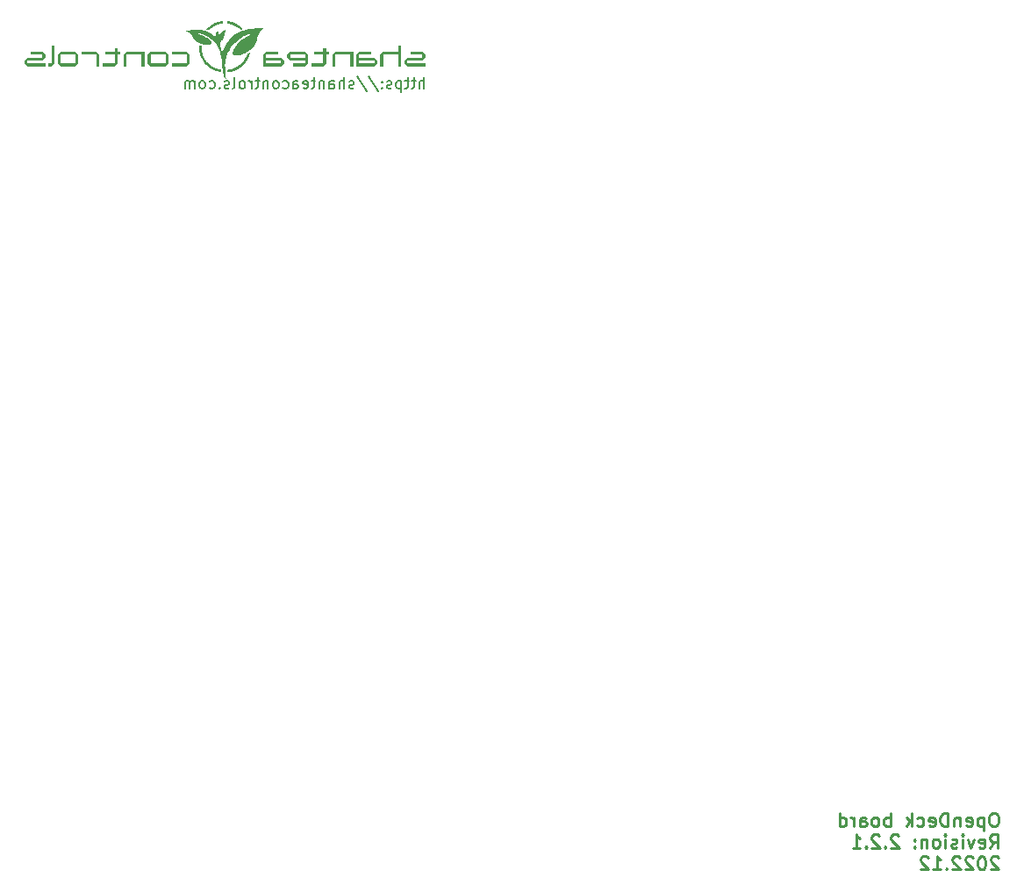
<source format=gbo>
G04 #@! TF.GenerationSoftware,KiCad,Pcbnew,6.0.9*
G04 #@! TF.CreationDate,2022-12-27T21:22:08+01:00*
G04 #@! TF.ProjectId,OpenDeck-r2.2.1,4f70656e-4465-4636-9b2d-72322e322e30,rev?*
G04 #@! TF.SameCoordinates,Original*
G04 #@! TF.FileFunction,Legend,Bot*
G04 #@! TF.FilePolarity,Positive*
%FSLAX46Y46*%
G04 Gerber Fmt 4.6, Leading zero omitted, Abs format (unit mm)*
G04 Created by KiCad (PCBNEW 6.0.9) date 2022-12-27 21:22:08*
%MOMM*%
%LPD*%
G01*
G04 APERTURE LIST*
%ADD10C,0.000000*%
%ADD11C,0.190500*%
%ADD12C,0.228600*%
%ADD13R,1.700000X1.700000*%
%ADD14O,1.700000X1.700000*%
%ADD15C,0.600000*%
%ADD16O,0.950000X2.050000*%
%ADD17O,0.950000X1.750000*%
%ADD18C,5.600000*%
%ADD19C,2.300000*%
G04 APERTURE END LIST*
D10*
G36*
X110245803Y-63188017D02*
G01*
X110535943Y-63188017D01*
X110535943Y-63477510D01*
X110245803Y-63477510D01*
X110245803Y-64346100D01*
X109955666Y-64635592D01*
X108795182Y-64635592D01*
X108795182Y-64346100D01*
X109955666Y-64346100D01*
X109955666Y-63477510D01*
X109085322Y-63477510D01*
X109085322Y-63188017D01*
X109955666Y-63188017D01*
X109955666Y-62898525D01*
X110245803Y-62898525D01*
X110245803Y-63188017D01*
G37*
G36*
X112856910Y-64635592D02*
G01*
X112566770Y-64635592D01*
X112566770Y-63477510D01*
X111116186Y-63477510D01*
X111116186Y-64635592D01*
X110826046Y-64635592D01*
X110826046Y-63477510D01*
X111116186Y-63188017D01*
X112856910Y-63188017D01*
X112856910Y-64635592D01*
G37*
G36*
X120389494Y-60486073D02*
G01*
X120290377Y-60497497D01*
X120192611Y-60513183D01*
X120096291Y-60533032D01*
X120001512Y-60556946D01*
X119908368Y-60584830D01*
X119816954Y-60616584D01*
X119727367Y-60652112D01*
X119639699Y-60691315D01*
X119554048Y-60734098D01*
X119470507Y-60780361D01*
X119389171Y-60830007D01*
X119310136Y-60882939D01*
X119233496Y-60939060D01*
X119159346Y-60998272D01*
X119087782Y-61060477D01*
X119018899Y-61125578D01*
X118989975Y-61112691D01*
X118960980Y-61100183D01*
X118931910Y-61088057D01*
X118902763Y-61076315D01*
X118873538Y-61064957D01*
X118844231Y-61053986D01*
X118814841Y-61043404D01*
X118785366Y-61033212D01*
X118863811Y-60953063D01*
X118945768Y-60876482D01*
X119031108Y-60803601D01*
X119119701Y-60734554D01*
X119211419Y-60669473D01*
X119306131Y-60608490D01*
X119403709Y-60551738D01*
X119504022Y-60499350D01*
X119606942Y-60451458D01*
X119712339Y-60408196D01*
X119820084Y-60369695D01*
X119930047Y-60336088D01*
X120042099Y-60307507D01*
X120156110Y-60284087D01*
X120271951Y-60265958D01*
X120389494Y-60253254D01*
X120389494Y-60486073D01*
G37*
G36*
X120712970Y-65849155D02*
G01*
X120495862Y-65698286D01*
X120414853Y-64969663D01*
X120623363Y-64969663D01*
X120629167Y-65083963D01*
X120636121Y-65201287D01*
X120643303Y-65201025D01*
X120638307Y-65141731D01*
X120633748Y-65083515D01*
X120629618Y-65026194D01*
X120625906Y-64969588D01*
X120623363Y-64969663D01*
X120414853Y-64969663D01*
X120413447Y-64957017D01*
X120358355Y-64531064D01*
X120290609Y-64092271D01*
X120207659Y-63658669D01*
X120159686Y-63449449D01*
X120106957Y-63248288D01*
X120049153Y-63057440D01*
X119985955Y-62879158D01*
X119917045Y-62715696D01*
X119842104Y-62569308D01*
X119817611Y-62528779D01*
X119789490Y-62486827D01*
X119722913Y-62399322D01*
X119643473Y-62308130D01*
X119552267Y-62214589D01*
X119450393Y-62120038D01*
X119338948Y-62025814D01*
X119219031Y-61933256D01*
X119091739Y-61843700D01*
X118958170Y-61758486D01*
X118819421Y-61678950D01*
X118676591Y-61606431D01*
X118603989Y-61573221D01*
X118530778Y-61542267D01*
X118457095Y-61513737D01*
X118383079Y-61487796D01*
X118308865Y-61464613D01*
X118234591Y-61444356D01*
X118160395Y-61427190D01*
X118086413Y-61413284D01*
X118012784Y-61402804D01*
X117939643Y-61395918D01*
X118714811Y-61746047D01*
X118834041Y-61812367D01*
X118947077Y-61884091D01*
X119050575Y-61961335D01*
X119097701Y-62002063D01*
X119141187Y-62044216D01*
X119180615Y-62087807D01*
X119215566Y-62132851D01*
X119245623Y-62179363D01*
X119270366Y-62227358D01*
X119289379Y-62276850D01*
X119302241Y-62327853D01*
X119308536Y-62380384D01*
X119307844Y-62434455D01*
X119280601Y-62448847D01*
X119253028Y-62462160D01*
X119225143Y-62474415D01*
X119196965Y-62485632D01*
X119168513Y-62495832D01*
X119139807Y-62505036D01*
X119110864Y-62513265D01*
X119081705Y-62520540D01*
X119052348Y-62526880D01*
X119022813Y-62532308D01*
X118993117Y-62536844D01*
X118963281Y-62540509D01*
X118933324Y-62543323D01*
X118903264Y-62545307D01*
X118873120Y-62546483D01*
X118842911Y-62546870D01*
X118812098Y-62546472D01*
X118781263Y-62545292D01*
X118750426Y-62543355D01*
X118719608Y-62540683D01*
X118688826Y-62537299D01*
X118658102Y-62533226D01*
X118596904Y-62523106D01*
X118536171Y-62510509D01*
X118476060Y-62495618D01*
X118416728Y-62478618D01*
X118358334Y-62459694D01*
X118331014Y-62450110D01*
X118303958Y-62440172D01*
X118277190Y-62429878D01*
X118250735Y-62419223D01*
X118249618Y-62418768D01*
X118248508Y-62418303D01*
X118246281Y-62417356D01*
X118219895Y-62406171D01*
X118193847Y-62394689D01*
X118168163Y-62382920D01*
X118142872Y-62370875D01*
X118094796Y-62346684D01*
X118048365Y-62321696D01*
X118003714Y-62296051D01*
X117960979Y-62269889D01*
X117920295Y-62243351D01*
X117881800Y-62216577D01*
X117845628Y-62189708D01*
X117811916Y-62162883D01*
X117770946Y-62128384D01*
X117734704Y-62096341D01*
X117702609Y-62066269D01*
X117674075Y-62037683D01*
X117648522Y-62010096D01*
X117625365Y-61983024D01*
X117604021Y-61955980D01*
X117583909Y-61928478D01*
X117564445Y-61900033D01*
X117545046Y-61870159D01*
X117504111Y-61804180D01*
X117456443Y-61726657D01*
X117428626Y-61682351D01*
X117397376Y-61633702D01*
X117380554Y-61608495D01*
X117364050Y-61585024D01*
X117347838Y-61563193D01*
X117331889Y-61542904D01*
X117316178Y-61524061D01*
X117300676Y-61506567D01*
X117285358Y-61490327D01*
X117270195Y-61475242D01*
X117255162Y-61461217D01*
X117240230Y-61448154D01*
X117210564Y-61424531D01*
X117180981Y-61403598D01*
X117151264Y-61384582D01*
X117026734Y-61312229D01*
X116993104Y-61291200D01*
X116958042Y-61267449D01*
X116921333Y-61240202D01*
X116882758Y-61208685D01*
X117015747Y-61178700D01*
X118668849Y-61178700D01*
X118689802Y-61185209D01*
X118719127Y-61194750D01*
X118748310Y-61204678D01*
X118777356Y-61214990D01*
X118806269Y-61225685D01*
X118835052Y-61236762D01*
X118863712Y-61248220D01*
X118892252Y-61260057D01*
X118863715Y-61248220D01*
X118835056Y-61236763D01*
X118806272Y-61225685D01*
X118777360Y-61214990D01*
X118748314Y-61204678D01*
X118719131Y-61194751D01*
X118689805Y-61185209D01*
X118668849Y-61178700D01*
X117015747Y-61178700D01*
X117025957Y-61176398D01*
X117027664Y-61176054D01*
X118660330Y-61176054D01*
X118660332Y-61176055D01*
X118660388Y-61175997D01*
X118660444Y-61175936D01*
X118660500Y-61175873D01*
X118660556Y-61175807D01*
X118660668Y-61175671D01*
X118660781Y-61175532D01*
X118660779Y-61175532D01*
X118660666Y-61175671D01*
X118660610Y-61175740D01*
X118660554Y-61175807D01*
X118660498Y-61175872D01*
X118660442Y-61175936D01*
X118660386Y-61175997D01*
X118660330Y-61176054D01*
X117027664Y-61176054D01*
X117164917Y-61148394D01*
X117299820Y-61124680D01*
X117430846Y-61105264D01*
X117558178Y-61090150D01*
X117681995Y-61079347D01*
X117802480Y-61072860D01*
X117919813Y-61070696D01*
X118019025Y-61072342D01*
X118116113Y-61077275D01*
X118211196Y-61085488D01*
X118304397Y-61096975D01*
X118395835Y-61111730D01*
X118485632Y-61129745D01*
X118573907Y-61151015D01*
X118660781Y-61175532D01*
X118690237Y-61184689D01*
X118719549Y-61194240D01*
X118748720Y-61204182D01*
X118777755Y-61214514D01*
X118806659Y-61225231D01*
X118835436Y-61236334D01*
X118864091Y-61247819D01*
X118892629Y-61259684D01*
X118892628Y-61259685D01*
X118892627Y-61259684D01*
X118892252Y-61260057D01*
X118892254Y-61260058D01*
X118892253Y-61260057D01*
X118892252Y-61260057D01*
X118892254Y-61260057D01*
X118892628Y-61259685D01*
X118893483Y-61260058D01*
X118943386Y-61281843D01*
X118993811Y-61305228D01*
X119043927Y-61329842D01*
X119093761Y-61355689D01*
X119143339Y-61382770D01*
X119192688Y-61411090D01*
X119241833Y-61440651D01*
X119290802Y-61471455D01*
X119339620Y-61503507D01*
X119388314Y-61536808D01*
X119436911Y-61571362D01*
X119485437Y-61607172D01*
X119582379Y-61682572D01*
X119679353Y-61763029D01*
X119692134Y-61573983D01*
X119695741Y-61533180D01*
X119700369Y-61494530D01*
X119706446Y-61457819D01*
X119714400Y-61422832D01*
X119724659Y-61389352D01*
X119737652Y-61357165D01*
X119745307Y-61341489D01*
X119753806Y-61326056D01*
X119763203Y-61310839D01*
X119773550Y-61295810D01*
X119784902Y-61280944D01*
X119797312Y-61266212D01*
X119810833Y-61251589D01*
X119825520Y-61237047D01*
X119841425Y-61222559D01*
X119858602Y-61208099D01*
X119896986Y-61179153D01*
X120026846Y-61604394D01*
X120084234Y-61532462D01*
X120146533Y-61458193D01*
X120179560Y-61420885D01*
X120213856Y-61383836D01*
X120249437Y-61347325D01*
X120286317Y-61311635D01*
X120324509Y-61277045D01*
X120364028Y-61243838D01*
X120404888Y-61212292D01*
X120447104Y-61182689D01*
X120490688Y-61155311D01*
X120535656Y-61130437D01*
X120582022Y-61108348D01*
X120605733Y-61098436D01*
X120629799Y-61089326D01*
X120626962Y-61190033D01*
X120620531Y-61283715D01*
X120610793Y-61370758D01*
X120598035Y-61451548D01*
X120582545Y-61526471D01*
X120564609Y-61595915D01*
X120544515Y-61660266D01*
X120522550Y-61719910D01*
X120499001Y-61775234D01*
X120474157Y-61826624D01*
X120421727Y-61919149D01*
X120367560Y-62000576D01*
X120313952Y-62073999D01*
X120263203Y-62142508D01*
X120217610Y-62209195D01*
X120179471Y-62277154D01*
X120163915Y-62312576D01*
X120151085Y-62349474D01*
X120141267Y-62388237D01*
X120134750Y-62429250D01*
X120131819Y-62472899D01*
X120132763Y-62519571D01*
X120137868Y-62569653D01*
X120147423Y-62623531D01*
X120161714Y-62681591D01*
X120181028Y-62744220D01*
X120204622Y-62819222D01*
X120225342Y-62894428D01*
X120243940Y-62970056D01*
X120261168Y-63046323D01*
X120294525Y-63201648D01*
X120312158Y-63281141D01*
X120331431Y-63362146D01*
X120408282Y-63150308D01*
X120489069Y-62950042D01*
X120574196Y-62761072D01*
X120664068Y-62583126D01*
X120759089Y-62415928D01*
X120859665Y-62259204D01*
X120966198Y-62112681D01*
X121079095Y-61976084D01*
X121198760Y-61849139D01*
X121325597Y-61731572D01*
X121460011Y-61623108D01*
X121602406Y-61523475D01*
X121753187Y-61432396D01*
X121912759Y-61349599D01*
X122081525Y-61274809D01*
X122259892Y-61207751D01*
X122288160Y-61198136D01*
X122316671Y-61188706D01*
X122345413Y-61179437D01*
X122374376Y-61170305D01*
X122386461Y-61166609D01*
X122415043Y-61157933D01*
X122443839Y-61149397D01*
X122472867Y-61141030D01*
X122502143Y-61132858D01*
X122692452Y-61084992D01*
X122892469Y-61043228D01*
X123102550Y-61007344D01*
X123323054Y-60977121D01*
X123554335Y-60952340D01*
X123796753Y-60932779D01*
X124050662Y-60918219D01*
X124316421Y-60908440D01*
X124315603Y-60909839D01*
X124314747Y-60911179D01*
X124313859Y-60912464D01*
X124312940Y-60913701D01*
X124311021Y-60916054D01*
X124309015Y-60918284D01*
X124300581Y-60926906D01*
X124298486Y-60929222D01*
X124296443Y-60931695D01*
X124295448Y-60933005D01*
X124294474Y-60934372D01*
X124293525Y-60935802D01*
X124292604Y-60937300D01*
X124291713Y-60938873D01*
X124290855Y-60940526D01*
X124290033Y-60942265D01*
X124289250Y-60944096D01*
X124288509Y-60946025D01*
X124287812Y-60948058D01*
X124287164Y-60950200D01*
X124286566Y-60952457D01*
X124032342Y-61244713D01*
X123997560Y-61290322D01*
X123965612Y-61334823D01*
X123909574Y-61420758D01*
X123862939Y-61503025D01*
X123824419Y-61582134D01*
X123792725Y-61658594D01*
X123766568Y-61732913D01*
X123744659Y-61805601D01*
X123725709Y-61877166D01*
X123691529Y-62018963D01*
X123673722Y-62090213D01*
X123653718Y-62162376D01*
X123630229Y-62235961D01*
X123601964Y-62311476D01*
X123567636Y-62389431D01*
X123525955Y-62470334D01*
X123506019Y-62505032D01*
X123484762Y-62539665D01*
X123462216Y-62574206D01*
X123438417Y-62608625D01*
X123413400Y-62642896D01*
X123387198Y-62676989D01*
X123359846Y-62710878D01*
X123331378Y-62744533D01*
X123301829Y-62777927D01*
X123271234Y-62811032D01*
X123239626Y-62843820D01*
X123207040Y-62876262D01*
X123173511Y-62908331D01*
X123139072Y-62939998D01*
X123103759Y-62971236D01*
X123067606Y-63002016D01*
X123036069Y-63027922D01*
X123003963Y-63053436D01*
X122971305Y-63078547D01*
X122938114Y-63103239D01*
X122904409Y-63127502D01*
X122870209Y-63151321D01*
X122835534Y-63174683D01*
X122800401Y-63197575D01*
X122720116Y-63247092D01*
X122637921Y-63293915D01*
X122554035Y-63337830D01*
X122468681Y-63378624D01*
X122425523Y-63397785D01*
X122382081Y-63416085D01*
X122338382Y-63433498D01*
X122294454Y-63449998D01*
X122250326Y-63465558D01*
X122206024Y-63480152D01*
X122161577Y-63493752D01*
X122117011Y-63506332D01*
X122050463Y-63523533D01*
X121987501Y-63538218D01*
X121928047Y-63550457D01*
X121872021Y-63560318D01*
X121819344Y-63567869D01*
X121769939Y-63573177D01*
X121723725Y-63576313D01*
X121680624Y-63577343D01*
X121622243Y-63575132D01*
X121570313Y-63568649D01*
X121524583Y-63558115D01*
X121484801Y-63543752D01*
X121450716Y-63525780D01*
X121422078Y-63504422D01*
X121398634Y-63479900D01*
X121380134Y-63452434D01*
X121366326Y-63422248D01*
X121356960Y-63389561D01*
X121351783Y-63354596D01*
X121350546Y-63317575D01*
X121352996Y-63278719D01*
X121358883Y-63238249D01*
X121367955Y-63196388D01*
X121379962Y-63153357D01*
X121394651Y-63109377D01*
X121411773Y-63064671D01*
X121431074Y-63019459D01*
X121452306Y-62973964D01*
X121499552Y-62883009D01*
X121551502Y-62793580D01*
X121606147Y-62707449D01*
X121661476Y-62626389D01*
X121715480Y-62552173D01*
X121766150Y-62486574D01*
X121855089Y-62381057D01*
X121946256Y-62284197D01*
X122039150Y-62195318D01*
X122133273Y-62113741D01*
X122228126Y-62038790D01*
X122323209Y-61969786D01*
X122418024Y-61906054D01*
X122512072Y-61846915D01*
X122695868Y-61739709D01*
X122870604Y-61642749D01*
X123032288Y-61550617D01*
X123106988Y-61504668D01*
X123176928Y-61457894D01*
X123064444Y-61474713D01*
X122951337Y-61498410D01*
X122837878Y-61528790D01*
X122724336Y-61565663D01*
X122610983Y-61608837D01*
X122498088Y-61658120D01*
X122385922Y-61713319D01*
X122274756Y-61774244D01*
X122164861Y-61840702D01*
X122056506Y-61912501D01*
X121949962Y-61989450D01*
X121845500Y-62071356D01*
X121743390Y-62158029D01*
X121643903Y-62249275D01*
X121547308Y-62344904D01*
X121453878Y-62444722D01*
X121363882Y-62548540D01*
X121277590Y-62656163D01*
X121195274Y-62767402D01*
X121117203Y-62882064D01*
X121043648Y-62999956D01*
X120974880Y-63120888D01*
X120911169Y-63244667D01*
X120852785Y-63371102D01*
X120800000Y-63500000D01*
X120753083Y-63631170D01*
X120712306Y-63764420D01*
X120677937Y-63899558D01*
X120650249Y-64036392D01*
X120629512Y-64174731D01*
X120615996Y-64314382D01*
X120609971Y-64455155D01*
X120612337Y-64557086D01*
X120620582Y-64714197D01*
X120648955Y-65124924D01*
X120655166Y-65201025D01*
X120683586Y-65549266D01*
X120712970Y-65849155D01*
G37*
G36*
X108505081Y-63477510D02*
G01*
X108505081Y-64635592D01*
X108214941Y-64635592D01*
X108214941Y-63477510D01*
X106764320Y-63477510D01*
X106764320Y-63188017D01*
X108214941Y-63188017D01*
X108505081Y-63477510D01*
G37*
G36*
X130373203Y-63188017D02*
G01*
X130663343Y-63188017D01*
X130663343Y-63477510D01*
X130373203Y-63477510D01*
X130373203Y-64346100D01*
X130083102Y-64635592D01*
X128922580Y-64635592D01*
X128922580Y-64346100D01*
X130083102Y-64346100D01*
X130083102Y-63477510D01*
X129212720Y-63477510D01*
X129212720Y-63188017D01*
X130083102Y-63188017D01*
X130083102Y-62898525D01*
X130373203Y-62898525D01*
X130373203Y-63188017D01*
G37*
G36*
X113437148Y-64635592D02*
G01*
X113147045Y-64346100D01*
X113437148Y-64346100D01*
X114887772Y-64346100D01*
X114887772Y-63477510D01*
X113437148Y-63477510D01*
X113437148Y-64346100D01*
X113147045Y-64346100D01*
X113147045Y-63477510D01*
X113437148Y-63188017D01*
X114887772Y-63188017D01*
X115177911Y-63477510D01*
X115177911Y-64346100D01*
X114887772Y-64635592D01*
X113437148Y-64635592D01*
G37*
G36*
X103282838Y-63477510D02*
G01*
X103282838Y-63767040D01*
X102992734Y-64056532D01*
X101542113Y-64056532D01*
X101542113Y-64346100D01*
X103282835Y-64346100D01*
X103282835Y-64635592D01*
X101542113Y-64635592D01*
X101251974Y-64346100D01*
X101251974Y-64056532D01*
X101542113Y-63767040D01*
X102992734Y-63767040D01*
X102992734Y-63477510D01*
X101832214Y-63477510D01*
X101832214Y-63188017D01*
X102992734Y-63188017D01*
X103282838Y-63477510D01*
G37*
G36*
X118248504Y-62418303D02*
G01*
X118249613Y-62418768D01*
X118250730Y-62419223D01*
X118249612Y-62418768D01*
X118248502Y-62418303D01*
X118246277Y-62417356D01*
X118248504Y-62418303D01*
G37*
G36*
X139947277Y-63477510D02*
G01*
X139947277Y-63767040D01*
X139657175Y-64056532D01*
X138206553Y-64056532D01*
X138206553Y-64346100D01*
X139947277Y-64346100D01*
X139947277Y-64635592D01*
X138206553Y-64635592D01*
X137916414Y-64346100D01*
X137916414Y-64056532D01*
X138206553Y-63767040D01*
X139657175Y-63767040D01*
X139657175Y-63477510D01*
X138496655Y-63477510D01*
X138496655Y-63188017D01*
X139657175Y-63188017D01*
X139947277Y-63477510D01*
G37*
G36*
X104153213Y-64346100D02*
G01*
X103863076Y-64635592D01*
X103572973Y-64635592D01*
X103572973Y-64346100D01*
X103863076Y-64346100D01*
X103863076Y-62608994D01*
X104153213Y-62608994D01*
X104153213Y-64346100D01*
G37*
G36*
X122374374Y-61170305D02*
G01*
X122377388Y-61169365D01*
X122380416Y-61168443D01*
X122386459Y-61166609D01*
X122374374Y-61170305D01*
G37*
G36*
X120923241Y-60265403D02*
G01*
X121035213Y-60282657D01*
X121145482Y-60304861D01*
X121253931Y-60331893D01*
X121360444Y-60363634D01*
X121464907Y-60399964D01*
X121567202Y-60440763D01*
X121667214Y-60485910D01*
X121764828Y-60535285D01*
X121859927Y-60588770D01*
X121952396Y-60646242D01*
X122042118Y-60707583D01*
X122128979Y-60772673D01*
X122212862Y-60841391D01*
X122293652Y-60913617D01*
X122371233Y-60989232D01*
X122307474Y-61008725D01*
X122245023Y-61029030D01*
X122183759Y-61050092D01*
X122123557Y-61071853D01*
X122056193Y-61012281D01*
X121986485Y-60955382D01*
X121914514Y-60901240D01*
X121840361Y-60849937D01*
X121764105Y-60801557D01*
X121685830Y-60756183D01*
X121605613Y-60713898D01*
X121523538Y-60674786D01*
X121439684Y-60638929D01*
X121354131Y-60606411D01*
X121266962Y-60577314D01*
X121178256Y-60551723D01*
X121088094Y-60529720D01*
X120996557Y-60511389D01*
X120903725Y-60496812D01*
X120809680Y-60486073D01*
X120809680Y-60253217D01*
X120923241Y-60265403D01*
G37*
G36*
X118149077Y-62564523D02*
G01*
X118176980Y-62576367D01*
X118205199Y-62587872D01*
X118233717Y-62599021D01*
X118262520Y-62609798D01*
X118291591Y-62620185D01*
X118320914Y-62630165D01*
X118350474Y-62639721D01*
X118348743Y-62681382D01*
X118348105Y-62702266D01*
X118347920Y-62712739D01*
X118347854Y-62723238D01*
X118350235Y-62827237D01*
X118357310Y-62930031D01*
X118368974Y-63031518D01*
X118385123Y-63131593D01*
X118405653Y-63230154D01*
X118430460Y-63327096D01*
X118459440Y-63422316D01*
X118492490Y-63515711D01*
X118529504Y-63607177D01*
X118570379Y-63696610D01*
X118615010Y-63783906D01*
X118663295Y-63868963D01*
X118715128Y-63951676D01*
X118770405Y-64031943D01*
X118829023Y-64109659D01*
X118890878Y-64184721D01*
X118955865Y-64257025D01*
X119023880Y-64326468D01*
X119094820Y-64392946D01*
X119168580Y-64456356D01*
X119245056Y-64516594D01*
X119324144Y-64573556D01*
X119405740Y-64627140D01*
X119489741Y-64677240D01*
X119576041Y-64723755D01*
X119664537Y-64766580D01*
X119755125Y-64805611D01*
X119847700Y-64840745D01*
X119942160Y-64871879D01*
X120038399Y-64898909D01*
X120136313Y-64921732D01*
X120235799Y-64940243D01*
X120250193Y-65061170D01*
X120263746Y-65178961D01*
X120150998Y-65161030D01*
X120039980Y-65138097D01*
X119930813Y-65110284D01*
X119823619Y-65077711D01*
X119718518Y-65040498D01*
X119615633Y-64998767D01*
X119515083Y-64952638D01*
X119416992Y-64902232D01*
X119321479Y-64847669D01*
X119228666Y-64789071D01*
X119138675Y-64726558D01*
X119051627Y-64660250D01*
X118967642Y-64590270D01*
X118886843Y-64516736D01*
X118809351Y-64439770D01*
X118735286Y-64359493D01*
X118664771Y-64276026D01*
X118597925Y-64189489D01*
X118534872Y-64100002D01*
X118475732Y-64007687D01*
X118420625Y-63912665D01*
X118369675Y-63815055D01*
X118323001Y-63714980D01*
X118280725Y-63612558D01*
X118242969Y-63507912D01*
X118209854Y-63401162D01*
X118181500Y-63292429D01*
X118158030Y-63181833D01*
X118139564Y-63069495D01*
X118126224Y-62955537D01*
X118118131Y-62840077D01*
X118115406Y-62723238D01*
X118115801Y-62680252D01*
X118116968Y-62637434D01*
X118118879Y-62594798D01*
X118121506Y-62552358D01*
X118149077Y-62564523D01*
G37*
G36*
X123002122Y-63350773D02*
G01*
X122974946Y-63446376D01*
X122944067Y-63540377D01*
X122909571Y-63632691D01*
X122871542Y-63723234D01*
X122830065Y-63811923D01*
X122785222Y-63898673D01*
X122737100Y-63983400D01*
X122685783Y-64066020D01*
X122631354Y-64146450D01*
X122573898Y-64224604D01*
X122513499Y-64300399D01*
X122450242Y-64373751D01*
X122384212Y-64444576D01*
X122315492Y-64512789D01*
X122244166Y-64578307D01*
X122170320Y-64641046D01*
X122094038Y-64700921D01*
X122015403Y-64757848D01*
X121934501Y-64811744D01*
X121851416Y-64862525D01*
X121766231Y-64910105D01*
X121679032Y-64954402D01*
X121589902Y-64995331D01*
X121498927Y-65032808D01*
X121406190Y-65066748D01*
X121311776Y-65097069D01*
X121215769Y-65123686D01*
X121118253Y-65146514D01*
X121019313Y-65165471D01*
X120919034Y-65180471D01*
X120817499Y-65191430D01*
X120812545Y-65132586D01*
X120808005Y-65074606D01*
X120803872Y-65017318D01*
X120800140Y-64960553D01*
X120967483Y-64939403D01*
X121130799Y-64906223D01*
X121289622Y-64861480D01*
X121443484Y-64805641D01*
X121591919Y-64739172D01*
X121734461Y-64662538D01*
X121870641Y-64576207D01*
X121999994Y-64480644D01*
X122122053Y-64376317D01*
X122236351Y-64263690D01*
X122342421Y-64143230D01*
X122439796Y-64015405D01*
X122528010Y-63880679D01*
X122606596Y-63739520D01*
X122675088Y-63592393D01*
X122733017Y-63439764D01*
X122770873Y-63418428D01*
X122808388Y-63396493D01*
X122845547Y-63373983D01*
X122882338Y-63350922D01*
X122918744Y-63327334D01*
X122954751Y-63303244D01*
X122990346Y-63278675D01*
X123025513Y-63253651D01*
X123002122Y-63350773D01*
G37*
G36*
X104733493Y-64635592D02*
G01*
X104443353Y-64346100D01*
X104733493Y-64346100D01*
X106184077Y-64346100D01*
X106184077Y-63477510D01*
X104733493Y-63477510D01*
X104733493Y-64346100D01*
X104443353Y-64346100D01*
X104443353Y-63477510D01*
X104733493Y-63188017D01*
X106184077Y-63188017D01*
X106474181Y-63477510D01*
X106474181Y-64346100D01*
X106184077Y-64635592D01*
X104733493Y-64635592D01*
G37*
G36*
X132984344Y-64635592D02*
G01*
X132694205Y-64635592D01*
X132694205Y-63477510D01*
X131243621Y-63477510D01*
X131243621Y-64635592D01*
X130953444Y-64635592D01*
X130953444Y-63477510D01*
X131243621Y-63188017D01*
X132984344Y-63188017D01*
X132984344Y-64635592D01*
G37*
G36*
X122345411Y-61179437D02*
G01*
X122316669Y-61188706D01*
X122288158Y-61198136D01*
X122259890Y-61207751D01*
X122288153Y-61198125D01*
X122316655Y-61188678D01*
X122345395Y-61179406D01*
X122374374Y-61170305D01*
X122345411Y-61179437D01*
G37*
G36*
X117208773Y-63477510D02*
G01*
X117208773Y-64346100D01*
X116918633Y-64635592D01*
X115468012Y-64635592D01*
X115468012Y-64346100D01*
X116918633Y-64346100D01*
X116918633Y-63477510D01*
X115468012Y-63477510D01*
X115468012Y-63188017D01*
X116918633Y-63188017D01*
X117208773Y-63477510D01*
G37*
G36*
X137626312Y-64635592D02*
G01*
X137336173Y-64635592D01*
X137336173Y-63477509D01*
X135885588Y-63477509D01*
X135885588Y-64635592D01*
X135595449Y-64635592D01*
X135595449Y-63477509D01*
X135885588Y-63188017D01*
X137336173Y-63188017D01*
X137336173Y-62608994D01*
X137626312Y-62608994D01*
X137626312Y-64635592D01*
G37*
G36*
X128342340Y-64635592D02*
G01*
X127181895Y-64635592D01*
X127181895Y-64346099D01*
X128342340Y-64346099D01*
X128342340Y-64056532D01*
X126891755Y-64056532D01*
X126601615Y-63767040D01*
X126891755Y-63767040D01*
X128342340Y-63767040D01*
X128342340Y-63477510D01*
X126891755Y-63477510D01*
X126891755Y-63767040D01*
X126601615Y-63767040D01*
X126601615Y-63477510D01*
X126891755Y-63188017D01*
X128342340Y-63188017D01*
X128632479Y-63477510D01*
X128632479Y-64346100D01*
X128342340Y-64635592D01*
G37*
G36*
X126021375Y-64635593D02*
G01*
X124280614Y-64635593D01*
X124280614Y-64346100D01*
X124570753Y-64346100D01*
X126021375Y-64346100D01*
X126021375Y-64056532D01*
X124570753Y-64056532D01*
X124570753Y-64346100D01*
X124280614Y-64346100D01*
X124280614Y-63477510D01*
X124570753Y-63188017D01*
X125731236Y-63188017D01*
X125731236Y-63477510D01*
X124570753Y-63477510D01*
X124570753Y-63767040D01*
X126021375Y-63767040D01*
X126311477Y-64056532D01*
X126311477Y-64346100D01*
X126021375Y-64635592D01*
X126021375Y-64635593D01*
G37*
G36*
X135015170Y-64635593D02*
G01*
X133274446Y-64635593D01*
X133274446Y-64346100D01*
X133564586Y-64346100D01*
X135015170Y-64346100D01*
X135015170Y-64056532D01*
X133564586Y-64056532D01*
X133564586Y-64346100D01*
X133274446Y-64346100D01*
X133274446Y-63477510D01*
X133564586Y-63188017D01*
X134725068Y-63188017D01*
X134725068Y-63477510D01*
X133564586Y-63477510D01*
X133564586Y-63767040D01*
X135015170Y-63767040D01*
X135305347Y-64056532D01*
X135305347Y-64346100D01*
X135015170Y-64635592D01*
X135015170Y-64635593D01*
G37*
G36*
X118277186Y-62429877D02*
G01*
X118303955Y-62440172D01*
X118331011Y-62450109D01*
X118358330Y-62459693D01*
X118331010Y-62450115D01*
X118303953Y-62440186D01*
X118277185Y-62429893D01*
X118250731Y-62419223D01*
X118277186Y-62429877D01*
G37*
D11*
X139819151Y-66748595D02*
X139819151Y-65669095D01*
X139356508Y-66748595D02*
X139356508Y-66183142D01*
X139407913Y-66080333D01*
X139510722Y-66028928D01*
X139664936Y-66028928D01*
X139767746Y-66080333D01*
X139819151Y-66131738D01*
X138996675Y-66028928D02*
X138585436Y-66028928D01*
X138842460Y-65669095D02*
X138842460Y-66594380D01*
X138791055Y-66697190D01*
X138688246Y-66748595D01*
X138585436Y-66748595D01*
X138379817Y-66028928D02*
X137968579Y-66028928D01*
X138225603Y-65669095D02*
X138225603Y-66594380D01*
X138174198Y-66697190D01*
X138071389Y-66748595D01*
X137968579Y-66748595D01*
X137608746Y-66028928D02*
X137608746Y-67108428D01*
X137608746Y-66080333D02*
X137505936Y-66028928D01*
X137300317Y-66028928D01*
X137197508Y-66080333D01*
X137146103Y-66131738D01*
X137094698Y-66234547D01*
X137094698Y-66542976D01*
X137146103Y-66645785D01*
X137197508Y-66697190D01*
X137300317Y-66748595D01*
X137505936Y-66748595D01*
X137608746Y-66697190D01*
X136683460Y-66697190D02*
X136580651Y-66748595D01*
X136375032Y-66748595D01*
X136272222Y-66697190D01*
X136220817Y-66594380D01*
X136220817Y-66542976D01*
X136272222Y-66440166D01*
X136375032Y-66388761D01*
X136529246Y-66388761D01*
X136632055Y-66337357D01*
X136683460Y-66234547D01*
X136683460Y-66183142D01*
X136632055Y-66080333D01*
X136529246Y-66028928D01*
X136375032Y-66028928D01*
X136272222Y-66080333D01*
X135758175Y-66645785D02*
X135706770Y-66697190D01*
X135758175Y-66748595D01*
X135809579Y-66697190D01*
X135758175Y-66645785D01*
X135758175Y-66748595D01*
X135758175Y-66080333D02*
X135706770Y-66131738D01*
X135758175Y-66183142D01*
X135809579Y-66131738D01*
X135758175Y-66080333D01*
X135758175Y-66183142D01*
X134473055Y-65617690D02*
X135398341Y-67005619D01*
X133342151Y-65617690D02*
X134267436Y-67005619D01*
X133033722Y-66697190D02*
X132930913Y-66748595D01*
X132725294Y-66748595D01*
X132622484Y-66697190D01*
X132571079Y-66594380D01*
X132571079Y-66542976D01*
X132622484Y-66440166D01*
X132725294Y-66388761D01*
X132879508Y-66388761D01*
X132982317Y-66337357D01*
X133033722Y-66234547D01*
X133033722Y-66183142D01*
X132982317Y-66080333D01*
X132879508Y-66028928D01*
X132725294Y-66028928D01*
X132622484Y-66080333D01*
X132108436Y-66748595D02*
X132108436Y-65669095D01*
X131645794Y-66748595D02*
X131645794Y-66183142D01*
X131697198Y-66080333D01*
X131800008Y-66028928D01*
X131954222Y-66028928D01*
X132057032Y-66080333D01*
X132108436Y-66131738D01*
X130669103Y-66748595D02*
X130669103Y-66183142D01*
X130720508Y-66080333D01*
X130823317Y-66028928D01*
X131028936Y-66028928D01*
X131131746Y-66080333D01*
X130669103Y-66697190D02*
X130771913Y-66748595D01*
X131028936Y-66748595D01*
X131131746Y-66697190D01*
X131183151Y-66594380D01*
X131183151Y-66491571D01*
X131131746Y-66388761D01*
X131028936Y-66337357D01*
X130771913Y-66337357D01*
X130669103Y-66285952D01*
X130155055Y-66028928D02*
X130155055Y-66748595D01*
X130155055Y-66131738D02*
X130103651Y-66080333D01*
X130000841Y-66028928D01*
X129846627Y-66028928D01*
X129743817Y-66080333D01*
X129692413Y-66183142D01*
X129692413Y-66748595D01*
X129332579Y-66028928D02*
X128921341Y-66028928D01*
X129178365Y-65669095D02*
X129178365Y-66594380D01*
X129126960Y-66697190D01*
X129024151Y-66748595D01*
X128921341Y-66748595D01*
X128150270Y-66697190D02*
X128253079Y-66748595D01*
X128458698Y-66748595D01*
X128561508Y-66697190D01*
X128612913Y-66594380D01*
X128612913Y-66183142D01*
X128561508Y-66080333D01*
X128458698Y-66028928D01*
X128253079Y-66028928D01*
X128150270Y-66080333D01*
X128098865Y-66183142D01*
X128098865Y-66285952D01*
X128612913Y-66388761D01*
X127173579Y-66748595D02*
X127173579Y-66183142D01*
X127224984Y-66080333D01*
X127327794Y-66028928D01*
X127533413Y-66028928D01*
X127636222Y-66080333D01*
X127173579Y-66697190D02*
X127276389Y-66748595D01*
X127533413Y-66748595D01*
X127636222Y-66697190D01*
X127687627Y-66594380D01*
X127687627Y-66491571D01*
X127636222Y-66388761D01*
X127533413Y-66337357D01*
X127276389Y-66337357D01*
X127173579Y-66285952D01*
X126196889Y-66697190D02*
X126299698Y-66748595D01*
X126505317Y-66748595D01*
X126608127Y-66697190D01*
X126659532Y-66645785D01*
X126710936Y-66542976D01*
X126710936Y-66234547D01*
X126659532Y-66131738D01*
X126608127Y-66080333D01*
X126505317Y-66028928D01*
X126299698Y-66028928D01*
X126196889Y-66080333D01*
X125580032Y-66748595D02*
X125682841Y-66697190D01*
X125734246Y-66645785D01*
X125785651Y-66542976D01*
X125785651Y-66234547D01*
X125734246Y-66131738D01*
X125682841Y-66080333D01*
X125580032Y-66028928D01*
X125425817Y-66028928D01*
X125323008Y-66080333D01*
X125271603Y-66131738D01*
X125220198Y-66234547D01*
X125220198Y-66542976D01*
X125271603Y-66645785D01*
X125323008Y-66697190D01*
X125425817Y-66748595D01*
X125580032Y-66748595D01*
X124757555Y-66028928D02*
X124757555Y-66748595D01*
X124757555Y-66131738D02*
X124706151Y-66080333D01*
X124603341Y-66028928D01*
X124449127Y-66028928D01*
X124346317Y-66080333D01*
X124294913Y-66183142D01*
X124294913Y-66748595D01*
X123935079Y-66028928D02*
X123523841Y-66028928D01*
X123780865Y-65669095D02*
X123780865Y-66594380D01*
X123729460Y-66697190D01*
X123626651Y-66748595D01*
X123523841Y-66748595D01*
X123164008Y-66748595D02*
X123164008Y-66028928D01*
X123164008Y-66234547D02*
X123112603Y-66131738D01*
X123061198Y-66080333D01*
X122958389Y-66028928D01*
X122855579Y-66028928D01*
X122341532Y-66748595D02*
X122444341Y-66697190D01*
X122495746Y-66645785D01*
X122547151Y-66542976D01*
X122547151Y-66234547D01*
X122495746Y-66131738D01*
X122444341Y-66080333D01*
X122341532Y-66028928D01*
X122187317Y-66028928D01*
X122084508Y-66080333D01*
X122033103Y-66131738D01*
X121981698Y-66234547D01*
X121981698Y-66542976D01*
X122033103Y-66645785D01*
X122084508Y-66697190D01*
X122187317Y-66748595D01*
X122341532Y-66748595D01*
X121364841Y-66748595D02*
X121467651Y-66697190D01*
X121519055Y-66594380D01*
X121519055Y-65669095D01*
X121005008Y-66697190D02*
X120902198Y-66748595D01*
X120696579Y-66748595D01*
X120593770Y-66697190D01*
X120542365Y-66594380D01*
X120542365Y-66542976D01*
X120593770Y-66440166D01*
X120696579Y-66388761D01*
X120850794Y-66388761D01*
X120953603Y-66337357D01*
X121005008Y-66234547D01*
X121005008Y-66183142D01*
X120953603Y-66080333D01*
X120850794Y-66028928D01*
X120696579Y-66028928D01*
X120593770Y-66080333D01*
X120079722Y-66645785D02*
X120028317Y-66697190D01*
X120079722Y-66748595D01*
X120131127Y-66697190D01*
X120079722Y-66645785D01*
X120079722Y-66748595D01*
X119103032Y-66697190D02*
X119205841Y-66748595D01*
X119411460Y-66748595D01*
X119514270Y-66697190D01*
X119565675Y-66645785D01*
X119617079Y-66542976D01*
X119617079Y-66234547D01*
X119565675Y-66131738D01*
X119514270Y-66080333D01*
X119411460Y-66028928D01*
X119205841Y-66028928D01*
X119103032Y-66080333D01*
X118486175Y-66748595D02*
X118588984Y-66697190D01*
X118640389Y-66645785D01*
X118691794Y-66542976D01*
X118691794Y-66234547D01*
X118640389Y-66131738D01*
X118588984Y-66080333D01*
X118486175Y-66028928D01*
X118331960Y-66028928D01*
X118229151Y-66080333D01*
X118177746Y-66131738D01*
X118126341Y-66234547D01*
X118126341Y-66542976D01*
X118177746Y-66645785D01*
X118229151Y-66697190D01*
X118331960Y-66748595D01*
X118486175Y-66748595D01*
X117663698Y-66748595D02*
X117663698Y-66028928D01*
X117663698Y-66131738D02*
X117612294Y-66080333D01*
X117509484Y-66028928D01*
X117355270Y-66028928D01*
X117252460Y-66080333D01*
X117201055Y-66183142D01*
X117201055Y-66748595D01*
X117201055Y-66183142D02*
X117149651Y-66080333D01*
X117046841Y-66028928D01*
X116892627Y-66028928D01*
X116789817Y-66080333D01*
X116738413Y-66183142D01*
X116738413Y-66748595D01*
D12*
X194914338Y-136686326D02*
X194667595Y-136686326D01*
X194544224Y-136748012D01*
X194420852Y-136871383D01*
X194359167Y-137118126D01*
X194359167Y-137549926D01*
X194420852Y-137796669D01*
X194544224Y-137920040D01*
X194667595Y-137981726D01*
X194914338Y-137981726D01*
X195037710Y-137920040D01*
X195161081Y-137796669D01*
X195222767Y-137549926D01*
X195222767Y-137118126D01*
X195161081Y-136871383D01*
X195037710Y-136748012D01*
X194914338Y-136686326D01*
X193803995Y-137118126D02*
X193803995Y-138413526D01*
X193803995Y-137179812D02*
X193680624Y-137118126D01*
X193433881Y-137118126D01*
X193310510Y-137179812D01*
X193248824Y-137241497D01*
X193187138Y-137364869D01*
X193187138Y-137734983D01*
X193248824Y-137858354D01*
X193310510Y-137920040D01*
X193433881Y-137981726D01*
X193680624Y-137981726D01*
X193803995Y-137920040D01*
X192138481Y-137920040D02*
X192261852Y-137981726D01*
X192508595Y-137981726D01*
X192631967Y-137920040D01*
X192693652Y-137796669D01*
X192693652Y-137303183D01*
X192631967Y-137179812D01*
X192508595Y-137118126D01*
X192261852Y-137118126D01*
X192138481Y-137179812D01*
X192076795Y-137303183D01*
X192076795Y-137426554D01*
X192693652Y-137549926D01*
X191521624Y-137118126D02*
X191521624Y-137981726D01*
X191521624Y-137241497D02*
X191459938Y-137179812D01*
X191336567Y-137118126D01*
X191151510Y-137118126D01*
X191028138Y-137179812D01*
X190966452Y-137303183D01*
X190966452Y-137981726D01*
X190349595Y-137981726D02*
X190349595Y-136686326D01*
X190041167Y-136686326D01*
X189856110Y-136748012D01*
X189732738Y-136871383D01*
X189671052Y-136994754D01*
X189609367Y-137241497D01*
X189609367Y-137426554D01*
X189671052Y-137673297D01*
X189732738Y-137796669D01*
X189856110Y-137920040D01*
X190041167Y-137981726D01*
X190349595Y-137981726D01*
X188560710Y-137920040D02*
X188684081Y-137981726D01*
X188930824Y-137981726D01*
X189054195Y-137920040D01*
X189115881Y-137796669D01*
X189115881Y-137303183D01*
X189054195Y-137179812D01*
X188930824Y-137118126D01*
X188684081Y-137118126D01*
X188560710Y-137179812D01*
X188499024Y-137303183D01*
X188499024Y-137426554D01*
X189115881Y-137549926D01*
X187388681Y-137920040D02*
X187512052Y-137981726D01*
X187758795Y-137981726D01*
X187882167Y-137920040D01*
X187943852Y-137858354D01*
X188005538Y-137734983D01*
X188005538Y-137364869D01*
X187943852Y-137241497D01*
X187882167Y-137179812D01*
X187758795Y-137118126D01*
X187512052Y-137118126D01*
X187388681Y-137179812D01*
X186833510Y-137981726D02*
X186833510Y-136686326D01*
X186710138Y-137488240D02*
X186340024Y-137981726D01*
X186340024Y-137118126D02*
X186833510Y-137611612D01*
X184797881Y-137981726D02*
X184797881Y-136686326D01*
X184797881Y-137179812D02*
X184674510Y-137118126D01*
X184427767Y-137118126D01*
X184304395Y-137179812D01*
X184242710Y-137241497D01*
X184181024Y-137364869D01*
X184181024Y-137734983D01*
X184242710Y-137858354D01*
X184304395Y-137920040D01*
X184427767Y-137981726D01*
X184674510Y-137981726D01*
X184797881Y-137920040D01*
X183440795Y-137981726D02*
X183564167Y-137920040D01*
X183625852Y-137858354D01*
X183687538Y-137734983D01*
X183687538Y-137364869D01*
X183625852Y-137241497D01*
X183564167Y-137179812D01*
X183440795Y-137118126D01*
X183255738Y-137118126D01*
X183132367Y-137179812D01*
X183070681Y-137241497D01*
X183008995Y-137364869D01*
X183008995Y-137734983D01*
X183070681Y-137858354D01*
X183132367Y-137920040D01*
X183255738Y-137981726D01*
X183440795Y-137981726D01*
X181898652Y-137981726D02*
X181898652Y-137303183D01*
X181960338Y-137179812D01*
X182083710Y-137118126D01*
X182330452Y-137118126D01*
X182453824Y-137179812D01*
X181898652Y-137920040D02*
X182022024Y-137981726D01*
X182330452Y-137981726D01*
X182453824Y-137920040D01*
X182515510Y-137796669D01*
X182515510Y-137673297D01*
X182453824Y-137549926D01*
X182330452Y-137488240D01*
X182022024Y-137488240D01*
X181898652Y-137426554D01*
X181281795Y-137981726D02*
X181281795Y-137118126D01*
X181281795Y-137364869D02*
X181220110Y-137241497D01*
X181158424Y-137179812D01*
X181035052Y-137118126D01*
X180911681Y-137118126D01*
X179924710Y-137981726D02*
X179924710Y-136686326D01*
X179924710Y-137920040D02*
X180048081Y-137981726D01*
X180294824Y-137981726D01*
X180418195Y-137920040D01*
X180479881Y-137858354D01*
X180541567Y-137734983D01*
X180541567Y-137364869D01*
X180479881Y-137241497D01*
X180418195Y-137179812D01*
X180294824Y-137118126D01*
X180048081Y-137118126D01*
X179924710Y-137179812D01*
X194420852Y-140067320D02*
X194852652Y-139450463D01*
X195161081Y-140067320D02*
X195161081Y-138771920D01*
X194667595Y-138771920D01*
X194544224Y-138833606D01*
X194482538Y-138895291D01*
X194420852Y-139018663D01*
X194420852Y-139203720D01*
X194482538Y-139327091D01*
X194544224Y-139388777D01*
X194667595Y-139450463D01*
X195161081Y-139450463D01*
X193372195Y-140005634D02*
X193495567Y-140067320D01*
X193742310Y-140067320D01*
X193865681Y-140005634D01*
X193927367Y-139882263D01*
X193927367Y-139388777D01*
X193865681Y-139265406D01*
X193742310Y-139203720D01*
X193495567Y-139203720D01*
X193372195Y-139265406D01*
X193310510Y-139388777D01*
X193310510Y-139512148D01*
X193927367Y-139635520D01*
X192878710Y-139203720D02*
X192570281Y-140067320D01*
X192261852Y-139203720D01*
X191768367Y-140067320D02*
X191768367Y-139203720D01*
X191768367Y-138771920D02*
X191830052Y-138833606D01*
X191768367Y-138895291D01*
X191706681Y-138833606D01*
X191768367Y-138771920D01*
X191768367Y-138895291D01*
X191213195Y-140005634D02*
X191089824Y-140067320D01*
X190843081Y-140067320D01*
X190719710Y-140005634D01*
X190658024Y-139882263D01*
X190658024Y-139820577D01*
X190719710Y-139697206D01*
X190843081Y-139635520D01*
X191028138Y-139635520D01*
X191151510Y-139573834D01*
X191213195Y-139450463D01*
X191213195Y-139388777D01*
X191151510Y-139265406D01*
X191028138Y-139203720D01*
X190843081Y-139203720D01*
X190719710Y-139265406D01*
X190102852Y-140067320D02*
X190102852Y-139203720D01*
X190102852Y-138771920D02*
X190164538Y-138833606D01*
X190102852Y-138895291D01*
X190041167Y-138833606D01*
X190102852Y-138771920D01*
X190102852Y-138895291D01*
X189300938Y-140067320D02*
X189424310Y-140005634D01*
X189485995Y-139943948D01*
X189547681Y-139820577D01*
X189547681Y-139450463D01*
X189485995Y-139327091D01*
X189424310Y-139265406D01*
X189300938Y-139203720D01*
X189115881Y-139203720D01*
X188992510Y-139265406D01*
X188930824Y-139327091D01*
X188869138Y-139450463D01*
X188869138Y-139820577D01*
X188930824Y-139943948D01*
X188992510Y-140005634D01*
X189115881Y-140067320D01*
X189300938Y-140067320D01*
X188313967Y-139203720D02*
X188313967Y-140067320D01*
X188313967Y-139327091D02*
X188252281Y-139265406D01*
X188128910Y-139203720D01*
X187943852Y-139203720D01*
X187820481Y-139265406D01*
X187758795Y-139388777D01*
X187758795Y-140067320D01*
X187141938Y-139943948D02*
X187080252Y-140005634D01*
X187141938Y-140067320D01*
X187203624Y-140005634D01*
X187141938Y-139943948D01*
X187141938Y-140067320D01*
X187141938Y-139265406D02*
X187080252Y-139327091D01*
X187141938Y-139388777D01*
X187203624Y-139327091D01*
X187141938Y-139265406D01*
X187141938Y-139388777D01*
X185599795Y-138895291D02*
X185538110Y-138833606D01*
X185414738Y-138771920D01*
X185106310Y-138771920D01*
X184982938Y-138833606D01*
X184921252Y-138895291D01*
X184859567Y-139018663D01*
X184859567Y-139142034D01*
X184921252Y-139327091D01*
X185661481Y-140067320D01*
X184859567Y-140067320D01*
X184304395Y-139943948D02*
X184242710Y-140005634D01*
X184304395Y-140067320D01*
X184366081Y-140005634D01*
X184304395Y-139943948D01*
X184304395Y-140067320D01*
X183749224Y-138895291D02*
X183687538Y-138833606D01*
X183564167Y-138771920D01*
X183255738Y-138771920D01*
X183132367Y-138833606D01*
X183070681Y-138895291D01*
X183008995Y-139018663D01*
X183008995Y-139142034D01*
X183070681Y-139327091D01*
X183810910Y-140067320D01*
X183008995Y-140067320D01*
X182453824Y-139943948D02*
X182392138Y-140005634D01*
X182453824Y-140067320D01*
X182515510Y-140005634D01*
X182453824Y-139943948D01*
X182453824Y-140067320D01*
X181158424Y-140067320D02*
X181898652Y-140067320D01*
X181528538Y-140067320D02*
X181528538Y-138771920D01*
X181651910Y-138956977D01*
X181775281Y-139080348D01*
X181898652Y-139142034D01*
X195222767Y-140980885D02*
X195161081Y-140919200D01*
X195037710Y-140857514D01*
X194729281Y-140857514D01*
X194605910Y-140919200D01*
X194544224Y-140980885D01*
X194482538Y-141104257D01*
X194482538Y-141227628D01*
X194544224Y-141412685D01*
X195284452Y-142152914D01*
X194482538Y-142152914D01*
X193680624Y-140857514D02*
X193557252Y-140857514D01*
X193433881Y-140919200D01*
X193372195Y-140980885D01*
X193310510Y-141104257D01*
X193248824Y-141351000D01*
X193248824Y-141659428D01*
X193310510Y-141906171D01*
X193372195Y-142029542D01*
X193433881Y-142091228D01*
X193557252Y-142152914D01*
X193680624Y-142152914D01*
X193803995Y-142091228D01*
X193865681Y-142029542D01*
X193927367Y-141906171D01*
X193989052Y-141659428D01*
X193989052Y-141351000D01*
X193927367Y-141104257D01*
X193865681Y-140980885D01*
X193803995Y-140919200D01*
X193680624Y-140857514D01*
X192755338Y-140980885D02*
X192693652Y-140919200D01*
X192570281Y-140857514D01*
X192261852Y-140857514D01*
X192138481Y-140919200D01*
X192076795Y-140980885D01*
X192015110Y-141104257D01*
X192015110Y-141227628D01*
X192076795Y-141412685D01*
X192817024Y-142152914D01*
X192015110Y-142152914D01*
X191521624Y-140980885D02*
X191459938Y-140919200D01*
X191336567Y-140857514D01*
X191028138Y-140857514D01*
X190904767Y-140919200D01*
X190843081Y-140980885D01*
X190781395Y-141104257D01*
X190781395Y-141227628D01*
X190843081Y-141412685D01*
X191583310Y-142152914D01*
X190781395Y-142152914D01*
X190226224Y-142029542D02*
X190164538Y-142091228D01*
X190226224Y-142152914D01*
X190287910Y-142091228D01*
X190226224Y-142029542D01*
X190226224Y-142152914D01*
X188930824Y-142152914D02*
X189671052Y-142152914D01*
X189300938Y-142152914D02*
X189300938Y-140857514D01*
X189424310Y-141042571D01*
X189547681Y-141165942D01*
X189671052Y-141227628D01*
X188437338Y-140980885D02*
X188375652Y-140919200D01*
X188252281Y-140857514D01*
X187943852Y-140857514D01*
X187820481Y-140919200D01*
X187758795Y-140980885D01*
X187697110Y-141104257D01*
X187697110Y-141227628D01*
X187758795Y-141412685D01*
X188499024Y-142152914D01*
X187697110Y-142152914D01*
%LPC*%
D13*
X127000000Y-133400000D03*
D14*
X129540000Y-133400000D03*
X127000000Y-135940000D03*
X129540000Y-135940000D03*
X127000000Y-138480000D03*
X129540000Y-138480000D03*
X127000000Y-141020000D03*
X129540000Y-141020000D03*
X127000000Y-143560000D03*
X129540000Y-143560000D03*
X127000000Y-146100000D03*
X129540000Y-146100000D03*
D15*
X167790000Y-61680000D03*
X162010000Y-61680000D03*
D16*
X169225000Y-62170000D03*
X160575000Y-62170000D03*
D17*
X169225000Y-58000000D03*
X160575000Y-58000000D03*
D13*
X146050000Y-133400000D03*
D14*
X148590000Y-133400000D03*
X146050000Y-135940000D03*
X148590000Y-135940000D03*
X146050000Y-138480000D03*
X148590000Y-138480000D03*
X146050000Y-141020000D03*
X148590000Y-141020000D03*
X146050000Y-143560000D03*
X148590000Y-143560000D03*
X146050000Y-146100000D03*
X148590000Y-146100000D03*
D18*
X102146100Y-58648600D03*
D13*
X113025000Y-111506000D03*
D14*
X115565000Y-111506000D03*
X113025000Y-114046000D03*
X115565000Y-114046000D03*
X113025000Y-116586000D03*
X115565000Y-116586000D03*
X113025000Y-119126000D03*
X115565000Y-119126000D03*
X113025000Y-121666000D03*
X115565000Y-121666000D03*
X113025000Y-124206000D03*
X115565000Y-124206000D03*
X113025000Y-126746000D03*
X115565000Y-126746000D03*
X113025000Y-129286000D03*
X115565000Y-129286000D03*
D13*
X187600000Y-79600000D03*
D14*
X187600000Y-82140000D03*
X187600000Y-84680000D03*
X187600000Y-87220000D03*
D13*
X157800000Y-68900000D03*
D14*
X157800000Y-71440000D03*
D13*
X120650000Y-133400000D03*
D14*
X123190000Y-133400000D03*
X120650000Y-135940000D03*
X123190000Y-135940000D03*
X120650000Y-138480000D03*
X123190000Y-138480000D03*
X120650000Y-141020000D03*
X123190000Y-141020000D03*
X120650000Y-143560000D03*
X123190000Y-143560000D03*
X120650000Y-146100000D03*
X123190000Y-146100000D03*
D13*
X161700000Y-68925000D03*
D14*
X161700000Y-71465000D03*
D13*
X179555000Y-92700000D03*
D14*
X179555000Y-95240000D03*
X179555000Y-97780000D03*
X179555000Y-100320000D03*
X179555000Y-102860000D03*
X179555000Y-105400000D03*
X179555000Y-107940000D03*
X179555000Y-110480000D03*
X182095000Y-92700000D03*
X182095000Y-95240000D03*
X182095000Y-97780000D03*
X182095000Y-100320000D03*
X182095000Y-102860000D03*
X182095000Y-105400000D03*
X182095000Y-107940000D03*
X182095000Y-110480000D03*
X184635000Y-92700000D03*
X184635000Y-95240000D03*
X184635000Y-97780000D03*
X184635000Y-100320000D03*
X184635000Y-102860000D03*
X184635000Y-105400000D03*
X184635000Y-107940000D03*
X184635000Y-110480000D03*
D18*
X194856100Y-151358600D03*
D13*
X139700000Y-133400000D03*
D14*
X142240000Y-133400000D03*
X139700000Y-135940000D03*
X142240000Y-135940000D03*
X139700000Y-138480000D03*
X142240000Y-138480000D03*
X139700000Y-141020000D03*
X142240000Y-141020000D03*
X139700000Y-143560000D03*
X142240000Y-143560000D03*
X139700000Y-146100000D03*
X142240000Y-146100000D03*
D18*
X194856100Y-58648600D03*
D13*
X101600000Y-89662000D03*
D14*
X104140000Y-89662000D03*
X101600000Y-92202000D03*
X104140000Y-92202000D03*
X101600000Y-94742000D03*
X104140000Y-94742000D03*
X101600000Y-97282000D03*
X104140000Y-97282000D03*
X101600000Y-99822000D03*
X104140000Y-99822000D03*
X101600000Y-102362000D03*
X104140000Y-102362000D03*
X101600000Y-104902000D03*
X104140000Y-104902000D03*
X101600000Y-107442000D03*
X104140000Y-107442000D03*
D13*
X190000000Y-92700000D03*
D14*
X190000000Y-95240000D03*
X190000000Y-97780000D03*
X190000000Y-100320000D03*
X190000000Y-102860000D03*
X190000000Y-105400000D03*
X190000000Y-107940000D03*
X190000000Y-110480000D03*
X192540000Y-92700000D03*
X192540000Y-95240000D03*
X192540000Y-97780000D03*
X192540000Y-100320000D03*
X192540000Y-102860000D03*
X192540000Y-105400000D03*
X192540000Y-107940000D03*
X192540000Y-110480000D03*
X195080000Y-92700000D03*
X195080000Y-95240000D03*
X195080000Y-97780000D03*
X195080000Y-100320000D03*
X195080000Y-102860000D03*
X195080000Y-105400000D03*
X195080000Y-107940000D03*
X195080000Y-110480000D03*
D13*
X179555000Y-116400000D03*
D14*
X179555000Y-118940000D03*
X179555000Y-121480000D03*
X179555000Y-124020000D03*
X179555000Y-126560000D03*
X179555000Y-129100000D03*
X179555000Y-131640000D03*
X179555000Y-134180000D03*
X182095000Y-116400000D03*
X182095000Y-118940000D03*
X182095000Y-121480000D03*
X182095000Y-124020000D03*
X182095000Y-126560000D03*
X182095000Y-129100000D03*
X182095000Y-131640000D03*
X182095000Y-134180000D03*
X184635000Y-116400000D03*
X184635000Y-118940000D03*
X184635000Y-121480000D03*
X184635000Y-124020000D03*
X184635000Y-126560000D03*
X184635000Y-129100000D03*
X184635000Y-131640000D03*
X184635000Y-134180000D03*
D13*
X189960000Y-116400000D03*
D14*
X189960000Y-118940000D03*
X189960000Y-121480000D03*
X189960000Y-124020000D03*
X189960000Y-126560000D03*
X189960000Y-129100000D03*
X189960000Y-131640000D03*
X189960000Y-134180000D03*
X192500000Y-116400000D03*
X192500000Y-118940000D03*
X192500000Y-121480000D03*
X192500000Y-124020000D03*
X192500000Y-126560000D03*
X192500000Y-129100000D03*
X192500000Y-131640000D03*
X192500000Y-134180000D03*
X195040000Y-116400000D03*
X195040000Y-118940000D03*
X195040000Y-121480000D03*
X195040000Y-124020000D03*
X195040000Y-126560000D03*
X195040000Y-129100000D03*
X195040000Y-131640000D03*
X195040000Y-134180000D03*
D13*
X107950000Y-133400000D03*
D14*
X110490000Y-133400000D03*
X107950000Y-135940000D03*
X110490000Y-135940000D03*
X107950000Y-138480000D03*
X110490000Y-138480000D03*
X107950000Y-141020000D03*
X110490000Y-141020000D03*
X107950000Y-143560000D03*
X110490000Y-143560000D03*
X107950000Y-146100000D03*
X110490000Y-146100000D03*
D13*
X114300000Y-133400000D03*
D14*
X116840000Y-133400000D03*
X114300000Y-135940000D03*
X116840000Y-135940000D03*
X114300000Y-138480000D03*
X116840000Y-138480000D03*
X114300000Y-141020000D03*
X116840000Y-141020000D03*
X114300000Y-143560000D03*
X116840000Y-143560000D03*
X114300000Y-146100000D03*
X116840000Y-146100000D03*
D13*
X113025000Y-89662000D03*
D14*
X115565000Y-89662000D03*
X113025000Y-92202000D03*
X115565000Y-92202000D03*
X113025000Y-94742000D03*
X115565000Y-94742000D03*
X113025000Y-97282000D03*
X115565000Y-97282000D03*
X113025000Y-99822000D03*
X115565000Y-99822000D03*
X113025000Y-102362000D03*
X115565000Y-102362000D03*
X113025000Y-104902000D03*
X115565000Y-104902000D03*
X113025000Y-107442000D03*
X115565000Y-107442000D03*
D13*
X124460000Y-111506000D03*
D14*
X127000000Y-111506000D03*
X124460000Y-114046000D03*
X127000000Y-114046000D03*
X124460000Y-116586000D03*
X127000000Y-116586000D03*
X124460000Y-119126000D03*
X127000000Y-119126000D03*
X124460000Y-121666000D03*
X127000000Y-121666000D03*
X124460000Y-124206000D03*
X127000000Y-124206000D03*
X124460000Y-126746000D03*
X127000000Y-126746000D03*
X124460000Y-129286000D03*
X127000000Y-129286000D03*
D13*
X101600000Y-133400000D03*
D14*
X104140000Y-133400000D03*
X101600000Y-135940000D03*
X104140000Y-135940000D03*
X101600000Y-138480000D03*
X104140000Y-138480000D03*
X101600000Y-141020000D03*
X104140000Y-141020000D03*
X101600000Y-143560000D03*
X104140000Y-143560000D03*
X101600000Y-146100000D03*
X104140000Y-146100000D03*
D13*
X101600000Y-111506000D03*
D14*
X104140000Y-111506000D03*
X101600000Y-114046000D03*
X104140000Y-114046000D03*
X101600000Y-116586000D03*
X104140000Y-116586000D03*
X101600000Y-119126000D03*
X104140000Y-119126000D03*
X101600000Y-121666000D03*
X104140000Y-121666000D03*
X101600000Y-124206000D03*
X104140000Y-124206000D03*
X101600000Y-126746000D03*
X104140000Y-126746000D03*
X101600000Y-129286000D03*
X104140000Y-129286000D03*
D18*
X102146100Y-151358600D03*
D19*
X109400000Y-68600000D03*
X116850000Y-68600000D03*
X124300000Y-68600000D03*
X111850000Y-70800000D03*
X121850000Y-70800000D03*
X121850000Y-58650000D03*
X111850000Y-58650000D03*
X114350000Y-58650000D03*
X119350000Y-58650000D03*
X132700000Y-68600000D03*
X140150000Y-68600000D03*
X147600000Y-68600000D03*
X135150000Y-70800000D03*
X145150000Y-70800000D03*
X145150000Y-58650000D03*
X135150000Y-58650000D03*
X137650000Y-58650000D03*
X142650000Y-58650000D03*
D13*
X124460000Y-89662000D03*
D14*
X127000000Y-89662000D03*
X124460000Y-92202000D03*
X127000000Y-92202000D03*
X124460000Y-94742000D03*
X127000000Y-94742000D03*
X124460000Y-97282000D03*
X127000000Y-97282000D03*
X124460000Y-99822000D03*
X127000000Y-99822000D03*
X124460000Y-102362000D03*
X127000000Y-102362000D03*
X124460000Y-104902000D03*
X127000000Y-104902000D03*
X124460000Y-107442000D03*
X127000000Y-107442000D03*
D13*
X135890000Y-111506000D03*
D14*
X138430000Y-111506000D03*
X135890000Y-114046000D03*
X138430000Y-114046000D03*
X135890000Y-116586000D03*
X138430000Y-116586000D03*
X135890000Y-119126000D03*
X138430000Y-119126000D03*
X135890000Y-121666000D03*
X138430000Y-121666000D03*
X135890000Y-124206000D03*
X138430000Y-124206000D03*
X135890000Y-126746000D03*
X138430000Y-126746000D03*
X135890000Y-129286000D03*
X138430000Y-129286000D03*
D13*
X133350000Y-133400000D03*
D14*
X135890000Y-133400000D03*
X133350000Y-135940000D03*
X135890000Y-135940000D03*
X133350000Y-138480000D03*
X135890000Y-138480000D03*
X133350000Y-141020000D03*
X135890000Y-141020000D03*
X133350000Y-143560000D03*
X135890000Y-143560000D03*
X133350000Y-146100000D03*
X135890000Y-146100000D03*
D13*
X190400000Y-63900000D03*
D14*
X192940000Y-63900000D03*
X195480000Y-63900000D03*
D13*
X194400000Y-79600000D03*
D14*
X194400000Y-82140000D03*
X194400000Y-84680000D03*
X194400000Y-87220000D03*
D13*
X135890000Y-89662000D03*
D14*
X138430000Y-89662000D03*
X135890000Y-92202000D03*
X138430000Y-92202000D03*
X135890000Y-94742000D03*
X138430000Y-94742000D03*
X135890000Y-97282000D03*
X138430000Y-97282000D03*
X135890000Y-99822000D03*
X138430000Y-99822000D03*
X135890000Y-102362000D03*
X138430000Y-102362000D03*
X135890000Y-104902000D03*
X138430000Y-104902000D03*
X135890000Y-107442000D03*
X138430000Y-107442000D03*
M02*

</source>
